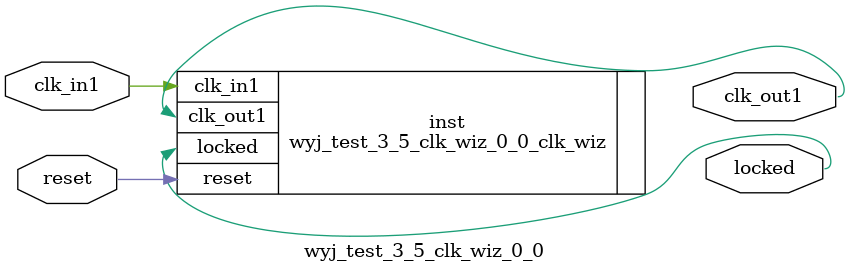
<source format=v>


`timescale 1ps/1ps

(* CORE_GENERATION_INFO = "wyj_test_3_5_clk_wiz_0_0,clk_wiz_v6_0_15_0_0,{component_name=wyj_test_3_5_clk_wiz_0_0,use_phase_alignment=true,use_min_o_jitter=false,use_max_i_jitter=false,use_dyn_phase_shift=false,use_inclk_switchover=false,use_dyn_reconfig=false,enable_axi=0,feedback_source=FDBK_AUTO,PRIMITIVE=MMCM,num_out_clk=1,clkin1_period=10.000,clkin2_period=10.000,use_power_down=false,use_reset=true,use_locked=true,use_inclk_stopped=false,feedback_type=SINGLE,CLOCK_MGR_TYPE=NA,manual_override=false}" *)

module wyj_test_3_5_clk_wiz_0_0 
 (
  // Clock out ports
  output        clk_out1,
  // Status and control signals
  input         reset,
  output        locked,
 // Clock in ports
  input         clk_in1
 );

  wyj_test_3_5_clk_wiz_0_0_clk_wiz inst
  (
  // Clock out ports  
  .clk_out1(clk_out1),
  // Status and control signals               
  .reset(reset), 
  .locked(locked),
 // Clock in ports
  .clk_in1(clk_in1)
  );

endmodule

</source>
